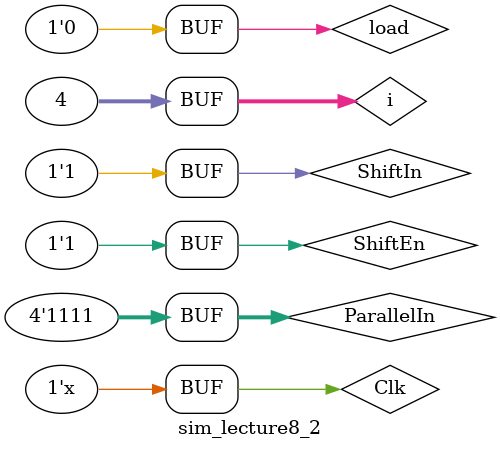
<source format=v>
`timescale 1ns / 1ps

module sim_lecture8_2;
    reg Clk;
    reg load;
    reg ShiftIn;
    reg ShiftEn;
    reg [3:0] ParallelIn;
    
    wire [3:0] RegContent;
    
    integer i;
    
    lecture8_2 dut(.Clk(Clk), .ShiftIn(ShiftIn), .ShiftEn(ShiftEn), .ParallelIn(ParallelIn), .load(load), .RegContent(RegContent));
    
    always #1 Clk = !Clk;

    initial 
        begin 
            // when load = 1, regardless of the value of ShiftEn, replace current values in register by the values in parallelIn
            // expected behavior: Q = D for the following two blocks
            Clk = 0; 
            load = 1;
            ShiftEn = 0;
            ShiftIn = 0;
            for (i=0;i<16;i=i+1) 
                #5 ParallelIn = i; 
            #10;
            
            Clk = 0; 
            load = 1;
            ShiftEn = 1;
            ShiftIn = 0;
            for (i=0;i<16;i=i+1) 
                #5 ParallelIn = i; 
            #10;
            
            // when load = 0 and ShiftEn = 0, do nothing
            // expected behavior: RegContent remains the same regardless of D and ParallelIn 
            Clk = 0;  
            load = 0; 
            ShiftIn = 0;
            ShiftEn = 0; 
            for (i=0;i<16;i=i+1) 
                #5 ShiftIn = i; 
            #10;
            
            // when load = 0 and ShiftEn = 1, shift 1 bit from ShiftIn and shift others left
            // expected behavior: RegContent increases with shifts
            Clk = 0; 
            load = 0;
            ShiftIn = 0;
            ShiftEn = 1;
            for (i=0;i<4;i=i+1) 
                #5 ShiftIn = 1; 
            #10;
            end 
endmodule


</source>
